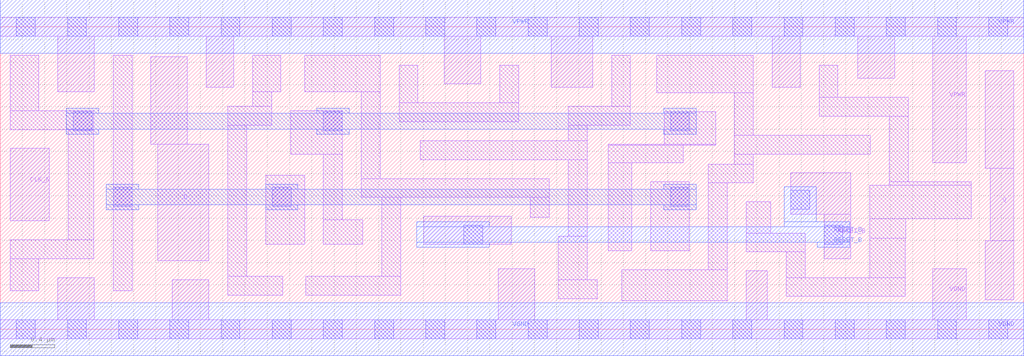
<source format=lef>
# Copyright 2020 The SkyWater PDK Authors
#
# Licensed under the Apache License, Version 2.0 (the "License");
# you may not use this file except in compliance with the License.
# You may obtain a copy of the License at
#
#     https://www.apache.org/licenses/LICENSE-2.0
#
# Unless required by applicable law or agreed to in writing, software
# distributed under the License is distributed on an "AS IS" BASIS,
# WITHOUT WARRANTIES OR CONDITIONS OF ANY KIND, either express or implied.
# See the License for the specific language governing permissions and
# limitations under the License.
#
# SPDX-License-Identifier: Apache-2.0

VERSION 5.7 ;
  NAMESCASESENSITIVE ON ;
  NOWIREEXTENSIONATPIN ON ;
  DIVIDERCHAR "/" ;
  BUSBITCHARS "[]" ;
UNITS
  DATABASE MICRONS 200 ;
END UNITS
MACRO sky130_fd_sc_hd__dfrtn_1
  CLASS CORE ;
  SOURCE USER ;
  FOREIGN sky130_fd_sc_hd__dfrtn_1 ;
  ORIGIN  0.000000  0.000000 ;
  SIZE  9.200000 BY  2.720000 ;
  SYMMETRY X Y R90 ;
  SITE unithd ;
  PIN D
    ANTENNAGATEAREA  0.126000 ;
    DIRECTION INPUT ;
    USE SIGNAL ;
    PORT
      LAYER li1 ;
        RECT 1.355000 1.665000 1.680000 2.450000 ;
        RECT 1.415000 0.615000 1.875000 1.665000 ;
    END
  END D
  PIN Q
    ANTENNADIFFAREA  0.429000 ;
    DIRECTION OUTPUT ;
    USE SIGNAL ;
    PORT
      LAYER li1 ;
        RECT 8.855000 0.265000 9.110000 0.795000 ;
        RECT 8.855000 1.445000 9.110000 2.325000 ;
        RECT 8.900000 0.795000 9.110000 1.445000 ;
    END
  END Q
  PIN RESET_B
    ANTENNAGATEAREA  0.252000 ;
    DIRECTION INPUT ;
    USE SIGNAL ;
    PORT
      LAYER li1 ;
        RECT 3.805000 0.765000 4.595000 1.015000 ;
        RECT 7.105000 1.035000 7.645000 1.405000 ;
        RECT 7.405000 0.635000 7.645000 1.035000 ;
      LAYER mcon ;
        RECT 4.165000 0.765000 4.335000 0.935000 ;
        RECT 7.105000 1.080000 7.275000 1.250000 ;
        RECT 7.405000 0.765000 7.575000 0.935000 ;
      LAYER met1 ;
        RECT 3.745000 0.735000 4.395000 0.780000 ;
        RECT 3.745000 0.780000 7.635000 0.920000 ;
        RECT 3.745000 0.920000 4.395000 0.965000 ;
        RECT 7.045000 0.920000 7.635000 0.965000 ;
        RECT 7.045000 0.965000 7.335000 1.280000 ;
        RECT 7.345000 0.735000 7.635000 0.780000 ;
    END
  END RESET_B
  PIN CLK_N
    ANTENNAGATEAREA  0.159000 ;
    DIRECTION INPUT ;
    USE CLOCK ;
    PORT
      LAYER li1 ;
        RECT 0.090000 0.975000 0.440000 1.625000 ;
    END
  END CLK_N
  PIN VGND
    DIRECTION INOUT ;
    SHAPE ABUTMENT ;
    USE GROUND ;
    PORT
      LAYER li1 ;
        RECT 0.000000 -0.085000 9.200000 0.085000 ;
        RECT 0.515000  0.085000 0.845000 0.465000 ;
        RECT 1.545000  0.085000 1.875000 0.445000 ;
        RECT 4.475000  0.085000 4.805000 0.545000 ;
        RECT 6.705000  0.085000 6.895000 0.525000 ;
        RECT 8.380000  0.085000 8.685000 0.545000 ;
      LAYER mcon ;
        RECT 0.145000 -0.085000 0.315000 0.085000 ;
        RECT 0.605000 -0.085000 0.775000 0.085000 ;
        RECT 1.065000 -0.085000 1.235000 0.085000 ;
        RECT 1.525000 -0.085000 1.695000 0.085000 ;
        RECT 1.985000 -0.085000 2.155000 0.085000 ;
        RECT 2.445000 -0.085000 2.615000 0.085000 ;
        RECT 2.905000 -0.085000 3.075000 0.085000 ;
        RECT 3.365000 -0.085000 3.535000 0.085000 ;
        RECT 3.825000 -0.085000 3.995000 0.085000 ;
        RECT 4.285000 -0.085000 4.455000 0.085000 ;
        RECT 4.745000 -0.085000 4.915000 0.085000 ;
        RECT 5.205000 -0.085000 5.375000 0.085000 ;
        RECT 5.665000 -0.085000 5.835000 0.085000 ;
        RECT 6.125000 -0.085000 6.295000 0.085000 ;
        RECT 6.585000 -0.085000 6.755000 0.085000 ;
        RECT 7.045000 -0.085000 7.215000 0.085000 ;
        RECT 7.505000 -0.085000 7.675000 0.085000 ;
        RECT 7.965000 -0.085000 8.135000 0.085000 ;
        RECT 8.425000 -0.085000 8.595000 0.085000 ;
        RECT 8.885000 -0.085000 9.055000 0.085000 ;
      LAYER met1 ;
        RECT 0.000000 -0.240000 9.200000 0.240000 ;
    END
  END VGND
  PIN VPWR
    DIRECTION INOUT ;
    SHAPE ABUTMENT ;
    USE POWER ;
    PORT
      LAYER li1 ;
        RECT 0.000000 2.635000 9.200000 2.805000 ;
        RECT 0.515000 2.135000 0.845000 2.635000 ;
        RECT 1.850000 2.175000 2.100000 2.635000 ;
        RECT 3.990000 2.205000 4.320000 2.635000 ;
        RECT 4.955000 2.175000 5.325000 2.635000 ;
        RECT 6.940000 2.175000 7.190000 2.635000 ;
        RECT 7.710000 2.255000 8.040000 2.635000 ;
        RECT 8.380000 1.495000 8.685000 2.635000 ;
      LAYER mcon ;
        RECT 0.145000 2.635000 0.315000 2.805000 ;
        RECT 0.605000 2.635000 0.775000 2.805000 ;
        RECT 1.065000 2.635000 1.235000 2.805000 ;
        RECT 1.525000 2.635000 1.695000 2.805000 ;
        RECT 1.985000 2.635000 2.155000 2.805000 ;
        RECT 2.445000 2.635000 2.615000 2.805000 ;
        RECT 2.905000 2.635000 3.075000 2.805000 ;
        RECT 3.365000 2.635000 3.535000 2.805000 ;
        RECT 3.825000 2.635000 3.995000 2.805000 ;
        RECT 4.285000 2.635000 4.455000 2.805000 ;
        RECT 4.745000 2.635000 4.915000 2.805000 ;
        RECT 5.205000 2.635000 5.375000 2.805000 ;
        RECT 5.665000 2.635000 5.835000 2.805000 ;
        RECT 6.125000 2.635000 6.295000 2.805000 ;
        RECT 6.585000 2.635000 6.755000 2.805000 ;
        RECT 7.045000 2.635000 7.215000 2.805000 ;
        RECT 7.505000 2.635000 7.675000 2.805000 ;
        RECT 7.965000 2.635000 8.135000 2.805000 ;
        RECT 8.425000 2.635000 8.595000 2.805000 ;
        RECT 8.885000 2.635000 9.055000 2.805000 ;
      LAYER met1 ;
        RECT 0.000000 2.480000 9.200000 2.960000 ;
    END
  END VPWR
  OBS
    LAYER li1 ;
      RECT 0.090000 0.345000 0.345000 0.635000 ;
      RECT 0.090000 0.635000 0.840000 0.805000 ;
      RECT 0.090000 1.795000 0.840000 1.965000 ;
      RECT 0.090000 1.965000 0.345000 2.465000 ;
      RECT 0.610000 0.805000 0.840000 1.795000 ;
      RECT 1.015000 0.345000 1.185000 2.465000 ;
      RECT 2.045000 0.305000 2.540000 0.475000 ;
      RECT 2.045000 0.475000 2.215000 1.835000 ;
      RECT 2.045000 1.835000 2.440000 2.005000 ;
      RECT 2.270000 2.005000 2.440000 2.135000 ;
      RECT 2.270000 2.135000 2.520000 2.465000 ;
      RECT 2.385000 0.765000 2.735000 1.385000 ;
      RECT 2.610000 1.575000 3.075000 1.965000 ;
      RECT 2.735000 2.135000 3.415000 2.465000 ;
      RECT 2.745000 0.305000 3.600000 0.475000 ;
      RECT 2.905000 0.765000 3.260000 0.985000 ;
      RECT 2.905000 0.985000 3.075000 1.575000 ;
      RECT 3.245000 1.185000 4.935000 1.355000 ;
      RECT 3.245000 1.355000 3.415000 2.135000 ;
      RECT 3.430000 0.475000 3.600000 1.185000 ;
      RECT 3.585000 1.865000 4.660000 2.035000 ;
      RECT 3.585000 2.035000 3.755000 2.375000 ;
      RECT 3.775000 1.525000 5.275000 1.695000 ;
      RECT 4.490000 2.035000 4.660000 2.375000 ;
      RECT 4.765000 1.005000 4.935000 1.185000 ;
      RECT 5.015000 0.275000 5.365000 0.445000 ;
      RECT 5.015000 0.445000 5.275000 0.835000 ;
      RECT 5.105000 0.835000 5.275000 1.525000 ;
      RECT 5.105000 1.695000 5.275000 1.835000 ;
      RECT 5.105000 1.835000 5.665000 2.005000 ;
      RECT 5.465000 0.705000 5.675000 1.495000 ;
      RECT 5.465000 1.495000 6.140000 1.655000 ;
      RECT 5.465000 1.655000 6.430000 1.665000 ;
      RECT 5.495000 2.005000 5.665000 2.465000 ;
      RECT 5.585000 0.255000 6.535000 0.535000 ;
      RECT 5.845000 0.705000 6.195000 1.325000 ;
      RECT 5.900000 2.125000 6.770000 2.465000 ;
      RECT 5.970000 1.665000 6.430000 1.955000 ;
      RECT 6.365000 0.535000 6.535000 1.315000 ;
      RECT 6.365000 1.315000 6.770000 1.485000 ;
      RECT 6.600000 1.485000 6.770000 1.575000 ;
      RECT 6.600000 1.575000 7.820000 1.745000 ;
      RECT 6.600000 1.745000 6.770000 2.125000 ;
      RECT 6.705000 0.695000 7.235000 0.865000 ;
      RECT 6.705000 0.865000 6.925000 1.145000 ;
      RECT 7.065000 0.295000 8.135000 0.465000 ;
      RECT 7.065000 0.465000 7.235000 0.695000 ;
      RECT 7.360000 1.915000 8.160000 2.085000 ;
      RECT 7.360000 2.085000 7.530000 2.375000 ;
      RECT 7.815000 0.465000 8.135000 0.820000 ;
      RECT 7.815000 0.820000 8.140000 0.995000 ;
      RECT 7.815000 0.995000 8.730000 1.295000 ;
      RECT 7.990000 1.295000 8.730000 1.325000 ;
      RECT 7.990000 1.325000 8.160000 1.915000 ;
    LAYER mcon ;
      RECT 0.655000 1.785000 0.825000 1.955000 ;
      RECT 1.015000 1.105000 1.185000 1.275000 ;
      RECT 2.445000 1.105000 2.615000 1.275000 ;
      RECT 2.905000 1.785000 3.075000 1.955000 ;
      RECT 6.025000 1.105000 6.195000 1.275000 ;
      RECT 6.025000 1.785000 6.195000 1.955000 ;
    LAYER met1 ;
      RECT 0.595000 1.755000 0.885000 1.800000 ;
      RECT 0.595000 1.800000 6.255000 1.940000 ;
      RECT 0.595000 1.940000 0.885000 1.985000 ;
      RECT 0.955000 1.075000 1.245000 1.120000 ;
      RECT 0.955000 1.120000 6.255000 1.260000 ;
      RECT 0.955000 1.260000 1.245000 1.305000 ;
      RECT 2.385000 1.075000 2.675000 1.120000 ;
      RECT 2.385000 1.260000 2.675000 1.305000 ;
      RECT 2.845000 1.755000 3.135000 1.800000 ;
      RECT 2.845000 1.940000 3.135000 1.985000 ;
      RECT 5.965000 1.075000 6.255000 1.120000 ;
      RECT 5.965000 1.260000 6.255000 1.305000 ;
      RECT 5.965000 1.755000 6.255000 1.800000 ;
      RECT 5.965000 1.940000 6.255000 1.985000 ;
  END
END sky130_fd_sc_hd__dfrtn_1
END LIBRARY

</source>
